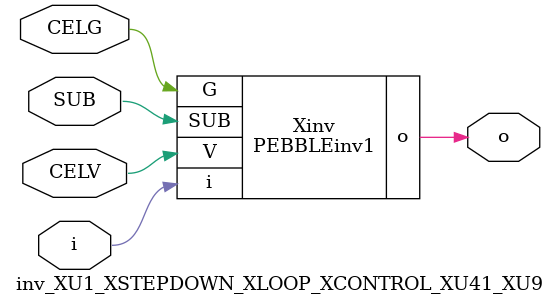
<source format=v>



module PEBBLEinv1 ( o, G, SUB, V, i );

  input V;
  input i;
  input G;
  output o;
  input SUB;
endmodule

//Celera Confidential Do Not Copy inv_XU1_XSTEPDOWN_XLOOP_XCONTROL_XU41_XU9
//Celera Confidential Symbol Generator
//5V Inverter
module inv_XU1_XSTEPDOWN_XLOOP_XCONTROL_XU41_XU9 (CELV,CELG,i,o,SUB);
input CELV;
input CELG;
input i;
input SUB;
output o;

//Celera Confidential Do Not Copy inv
PEBBLEinv1 Xinv(
.V (CELV),
.i (i),
.o (o),
.SUB (SUB),
.G (CELG)
);
//,diesize,PEBBLEinv1

//Celera Confidential Do Not Copy Module End
//Celera Schematic Generator
endmodule

</source>
